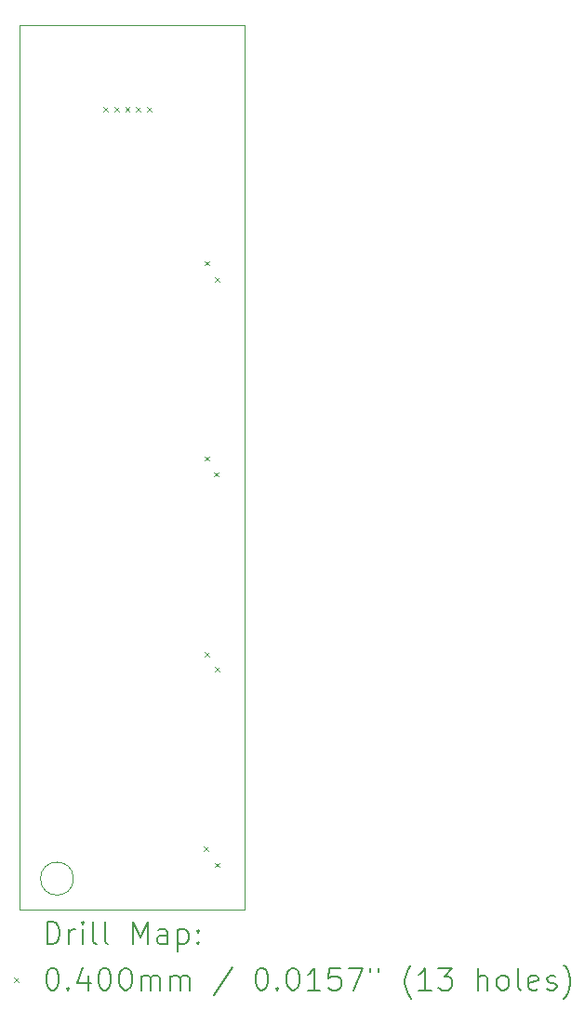
<source format=gbr>
%TF.GenerationSoftware,KiCad,Pcbnew,7.0.5-7.0.5~ubuntu22.04.1*%
%TF.CreationDate,2023-06-01T20:12:16-07:00*%
%TF.ProjectId,KeysOnRails,4b657973-4f6e-4526-9169-6c732e6b6963,rev?*%
%TF.SameCoordinates,Original*%
%TF.FileFunction,Drillmap*%
%TF.FilePolarity,Positive*%
%FSLAX45Y45*%
G04 Gerber Fmt 4.5, Leading zero omitted, Abs format (unit mm)*
G04 Created by KiCad (PCBNEW 7.0.5-7.0.5~ubuntu22.04.1) date 2023-06-01 20:12:16*
%MOMM*%
%LPD*%
G01*
G04 APERTURE LIST*
%ADD10C,0.100000*%
%ADD11C,0.200000*%
%ADD12C,0.040000*%
G04 APERTURE END LIST*
D10*
X4320000Y-10870000D02*
G75*
G03*
X4320000Y-10870000I-150000J0D01*
G01*
X3825000Y-3100000D02*
X5875000Y-3100000D01*
X5875000Y-11149000D01*
X3825000Y-11149000D01*
X3825000Y-3100000D01*
D11*
D12*
X4591000Y-3849000D02*
X4631000Y-3889000D01*
X4631000Y-3849000D02*
X4591000Y-3889000D01*
X4691000Y-3849000D02*
X4731000Y-3889000D01*
X4731000Y-3849000D02*
X4691000Y-3889000D01*
X4790950Y-3849000D02*
X4830950Y-3889000D01*
X4830950Y-3849000D02*
X4790950Y-3889000D01*
X4890901Y-3849000D02*
X4930901Y-3889000D01*
X4930901Y-3849000D02*
X4890901Y-3889000D01*
X4991000Y-3849000D02*
X5031000Y-3889000D01*
X5031000Y-3849000D02*
X4991000Y-3889000D01*
X5508390Y-10577290D02*
X5548390Y-10617290D01*
X5548390Y-10577290D02*
X5508390Y-10617290D01*
X5512580Y-5246780D02*
X5552580Y-5286780D01*
X5552580Y-5246780D02*
X5512580Y-5286780D01*
X5512580Y-7026780D02*
X5552580Y-7066780D01*
X5552580Y-7026780D02*
X5512580Y-7066780D01*
X5512580Y-8806780D02*
X5552580Y-8846780D01*
X5552580Y-8806780D02*
X5512580Y-8846780D01*
X5601000Y-7169000D02*
X5641000Y-7209000D01*
X5641000Y-7169000D02*
X5601000Y-7209000D01*
X5605000Y-5396000D02*
X5645000Y-5436000D01*
X5645000Y-5396000D02*
X5605000Y-5436000D01*
X5605000Y-8946000D02*
X5645000Y-8986000D01*
X5645000Y-8946000D02*
X5605000Y-8986000D01*
X5605000Y-10726000D02*
X5645000Y-10766000D01*
X5645000Y-10726000D02*
X5605000Y-10766000D01*
D11*
X4080777Y-11465484D02*
X4080777Y-11265484D01*
X4080777Y-11265484D02*
X4128396Y-11265484D01*
X4128396Y-11265484D02*
X4156967Y-11275008D01*
X4156967Y-11275008D02*
X4176015Y-11294055D01*
X4176015Y-11294055D02*
X4185539Y-11313103D01*
X4185539Y-11313103D02*
X4195063Y-11351198D01*
X4195063Y-11351198D02*
X4195063Y-11379769D01*
X4195063Y-11379769D02*
X4185539Y-11417865D01*
X4185539Y-11417865D02*
X4176015Y-11436912D01*
X4176015Y-11436912D02*
X4156967Y-11455960D01*
X4156967Y-11455960D02*
X4128396Y-11465484D01*
X4128396Y-11465484D02*
X4080777Y-11465484D01*
X4280777Y-11465484D02*
X4280777Y-11332150D01*
X4280777Y-11370246D02*
X4290301Y-11351198D01*
X4290301Y-11351198D02*
X4299824Y-11341674D01*
X4299824Y-11341674D02*
X4318872Y-11332150D01*
X4318872Y-11332150D02*
X4337920Y-11332150D01*
X4404586Y-11465484D02*
X4404586Y-11332150D01*
X4404586Y-11265484D02*
X4395063Y-11275008D01*
X4395063Y-11275008D02*
X4404586Y-11284531D01*
X4404586Y-11284531D02*
X4414110Y-11275008D01*
X4414110Y-11275008D02*
X4404586Y-11265484D01*
X4404586Y-11265484D02*
X4404586Y-11284531D01*
X4528396Y-11465484D02*
X4509348Y-11455960D01*
X4509348Y-11455960D02*
X4499824Y-11436912D01*
X4499824Y-11436912D02*
X4499824Y-11265484D01*
X4633158Y-11465484D02*
X4614110Y-11455960D01*
X4614110Y-11455960D02*
X4604586Y-11436912D01*
X4604586Y-11436912D02*
X4604586Y-11265484D01*
X4861729Y-11465484D02*
X4861729Y-11265484D01*
X4861729Y-11265484D02*
X4928396Y-11408341D01*
X4928396Y-11408341D02*
X4995063Y-11265484D01*
X4995063Y-11265484D02*
X4995063Y-11465484D01*
X5176015Y-11465484D02*
X5176015Y-11360722D01*
X5176015Y-11360722D02*
X5166491Y-11341674D01*
X5166491Y-11341674D02*
X5147444Y-11332150D01*
X5147444Y-11332150D02*
X5109348Y-11332150D01*
X5109348Y-11332150D02*
X5090301Y-11341674D01*
X5176015Y-11455960D02*
X5156967Y-11465484D01*
X5156967Y-11465484D02*
X5109348Y-11465484D01*
X5109348Y-11465484D02*
X5090301Y-11455960D01*
X5090301Y-11455960D02*
X5080777Y-11436912D01*
X5080777Y-11436912D02*
X5080777Y-11417865D01*
X5080777Y-11417865D02*
X5090301Y-11398817D01*
X5090301Y-11398817D02*
X5109348Y-11389293D01*
X5109348Y-11389293D02*
X5156967Y-11389293D01*
X5156967Y-11389293D02*
X5176015Y-11379769D01*
X5271253Y-11332150D02*
X5271253Y-11532150D01*
X5271253Y-11341674D02*
X5290301Y-11332150D01*
X5290301Y-11332150D02*
X5328396Y-11332150D01*
X5328396Y-11332150D02*
X5347444Y-11341674D01*
X5347444Y-11341674D02*
X5356967Y-11351198D01*
X5356967Y-11351198D02*
X5366491Y-11370246D01*
X5366491Y-11370246D02*
X5366491Y-11427388D01*
X5366491Y-11427388D02*
X5356967Y-11446436D01*
X5356967Y-11446436D02*
X5347444Y-11455960D01*
X5347444Y-11455960D02*
X5328396Y-11465484D01*
X5328396Y-11465484D02*
X5290301Y-11465484D01*
X5290301Y-11465484D02*
X5271253Y-11455960D01*
X5452205Y-11446436D02*
X5461729Y-11455960D01*
X5461729Y-11455960D02*
X5452205Y-11465484D01*
X5452205Y-11465484D02*
X5442682Y-11455960D01*
X5442682Y-11455960D02*
X5452205Y-11446436D01*
X5452205Y-11446436D02*
X5452205Y-11465484D01*
X5452205Y-11341674D02*
X5461729Y-11351198D01*
X5461729Y-11351198D02*
X5452205Y-11360722D01*
X5452205Y-11360722D02*
X5442682Y-11351198D01*
X5442682Y-11351198D02*
X5452205Y-11341674D01*
X5452205Y-11341674D02*
X5452205Y-11360722D01*
D12*
X3780000Y-11774000D02*
X3820000Y-11814000D01*
X3820000Y-11774000D02*
X3780000Y-11814000D01*
D11*
X4118872Y-11685484D02*
X4137920Y-11685484D01*
X4137920Y-11685484D02*
X4156967Y-11695008D01*
X4156967Y-11695008D02*
X4166491Y-11704531D01*
X4166491Y-11704531D02*
X4176015Y-11723579D01*
X4176015Y-11723579D02*
X4185539Y-11761674D01*
X4185539Y-11761674D02*
X4185539Y-11809293D01*
X4185539Y-11809293D02*
X4176015Y-11847388D01*
X4176015Y-11847388D02*
X4166491Y-11866436D01*
X4166491Y-11866436D02*
X4156967Y-11875960D01*
X4156967Y-11875960D02*
X4137920Y-11885484D01*
X4137920Y-11885484D02*
X4118872Y-11885484D01*
X4118872Y-11885484D02*
X4099824Y-11875960D01*
X4099824Y-11875960D02*
X4090301Y-11866436D01*
X4090301Y-11866436D02*
X4080777Y-11847388D01*
X4080777Y-11847388D02*
X4071253Y-11809293D01*
X4071253Y-11809293D02*
X4071253Y-11761674D01*
X4071253Y-11761674D02*
X4080777Y-11723579D01*
X4080777Y-11723579D02*
X4090301Y-11704531D01*
X4090301Y-11704531D02*
X4099824Y-11695008D01*
X4099824Y-11695008D02*
X4118872Y-11685484D01*
X4271253Y-11866436D02*
X4280777Y-11875960D01*
X4280777Y-11875960D02*
X4271253Y-11885484D01*
X4271253Y-11885484D02*
X4261729Y-11875960D01*
X4261729Y-11875960D02*
X4271253Y-11866436D01*
X4271253Y-11866436D02*
X4271253Y-11885484D01*
X4452205Y-11752150D02*
X4452205Y-11885484D01*
X4404586Y-11675960D02*
X4356967Y-11818817D01*
X4356967Y-11818817D02*
X4480777Y-11818817D01*
X4595063Y-11685484D02*
X4614110Y-11685484D01*
X4614110Y-11685484D02*
X4633158Y-11695008D01*
X4633158Y-11695008D02*
X4642682Y-11704531D01*
X4642682Y-11704531D02*
X4652205Y-11723579D01*
X4652205Y-11723579D02*
X4661729Y-11761674D01*
X4661729Y-11761674D02*
X4661729Y-11809293D01*
X4661729Y-11809293D02*
X4652205Y-11847388D01*
X4652205Y-11847388D02*
X4642682Y-11866436D01*
X4642682Y-11866436D02*
X4633158Y-11875960D01*
X4633158Y-11875960D02*
X4614110Y-11885484D01*
X4614110Y-11885484D02*
X4595063Y-11885484D01*
X4595063Y-11885484D02*
X4576015Y-11875960D01*
X4576015Y-11875960D02*
X4566491Y-11866436D01*
X4566491Y-11866436D02*
X4556967Y-11847388D01*
X4556967Y-11847388D02*
X4547444Y-11809293D01*
X4547444Y-11809293D02*
X4547444Y-11761674D01*
X4547444Y-11761674D02*
X4556967Y-11723579D01*
X4556967Y-11723579D02*
X4566491Y-11704531D01*
X4566491Y-11704531D02*
X4576015Y-11695008D01*
X4576015Y-11695008D02*
X4595063Y-11685484D01*
X4785539Y-11685484D02*
X4804586Y-11685484D01*
X4804586Y-11685484D02*
X4823634Y-11695008D01*
X4823634Y-11695008D02*
X4833158Y-11704531D01*
X4833158Y-11704531D02*
X4842682Y-11723579D01*
X4842682Y-11723579D02*
X4852205Y-11761674D01*
X4852205Y-11761674D02*
X4852205Y-11809293D01*
X4852205Y-11809293D02*
X4842682Y-11847388D01*
X4842682Y-11847388D02*
X4833158Y-11866436D01*
X4833158Y-11866436D02*
X4823634Y-11875960D01*
X4823634Y-11875960D02*
X4804586Y-11885484D01*
X4804586Y-11885484D02*
X4785539Y-11885484D01*
X4785539Y-11885484D02*
X4766491Y-11875960D01*
X4766491Y-11875960D02*
X4756967Y-11866436D01*
X4756967Y-11866436D02*
X4747444Y-11847388D01*
X4747444Y-11847388D02*
X4737920Y-11809293D01*
X4737920Y-11809293D02*
X4737920Y-11761674D01*
X4737920Y-11761674D02*
X4747444Y-11723579D01*
X4747444Y-11723579D02*
X4756967Y-11704531D01*
X4756967Y-11704531D02*
X4766491Y-11695008D01*
X4766491Y-11695008D02*
X4785539Y-11685484D01*
X4937920Y-11885484D02*
X4937920Y-11752150D01*
X4937920Y-11771198D02*
X4947444Y-11761674D01*
X4947444Y-11761674D02*
X4966491Y-11752150D01*
X4966491Y-11752150D02*
X4995063Y-11752150D01*
X4995063Y-11752150D02*
X5014110Y-11761674D01*
X5014110Y-11761674D02*
X5023634Y-11780722D01*
X5023634Y-11780722D02*
X5023634Y-11885484D01*
X5023634Y-11780722D02*
X5033158Y-11761674D01*
X5033158Y-11761674D02*
X5052205Y-11752150D01*
X5052205Y-11752150D02*
X5080777Y-11752150D01*
X5080777Y-11752150D02*
X5099825Y-11761674D01*
X5099825Y-11761674D02*
X5109348Y-11780722D01*
X5109348Y-11780722D02*
X5109348Y-11885484D01*
X5204586Y-11885484D02*
X5204586Y-11752150D01*
X5204586Y-11771198D02*
X5214110Y-11761674D01*
X5214110Y-11761674D02*
X5233158Y-11752150D01*
X5233158Y-11752150D02*
X5261729Y-11752150D01*
X5261729Y-11752150D02*
X5280777Y-11761674D01*
X5280777Y-11761674D02*
X5290301Y-11780722D01*
X5290301Y-11780722D02*
X5290301Y-11885484D01*
X5290301Y-11780722D02*
X5299825Y-11761674D01*
X5299825Y-11761674D02*
X5318872Y-11752150D01*
X5318872Y-11752150D02*
X5347444Y-11752150D01*
X5347444Y-11752150D02*
X5366491Y-11761674D01*
X5366491Y-11761674D02*
X5376015Y-11780722D01*
X5376015Y-11780722D02*
X5376015Y-11885484D01*
X5766491Y-11675960D02*
X5595063Y-11933103D01*
X6023634Y-11685484D02*
X6042682Y-11685484D01*
X6042682Y-11685484D02*
X6061729Y-11695008D01*
X6061729Y-11695008D02*
X6071253Y-11704531D01*
X6071253Y-11704531D02*
X6080777Y-11723579D01*
X6080777Y-11723579D02*
X6090301Y-11761674D01*
X6090301Y-11761674D02*
X6090301Y-11809293D01*
X6090301Y-11809293D02*
X6080777Y-11847388D01*
X6080777Y-11847388D02*
X6071253Y-11866436D01*
X6071253Y-11866436D02*
X6061729Y-11875960D01*
X6061729Y-11875960D02*
X6042682Y-11885484D01*
X6042682Y-11885484D02*
X6023634Y-11885484D01*
X6023634Y-11885484D02*
X6004586Y-11875960D01*
X6004586Y-11875960D02*
X5995063Y-11866436D01*
X5995063Y-11866436D02*
X5985539Y-11847388D01*
X5985539Y-11847388D02*
X5976015Y-11809293D01*
X5976015Y-11809293D02*
X5976015Y-11761674D01*
X5976015Y-11761674D02*
X5985539Y-11723579D01*
X5985539Y-11723579D02*
X5995063Y-11704531D01*
X5995063Y-11704531D02*
X6004586Y-11695008D01*
X6004586Y-11695008D02*
X6023634Y-11685484D01*
X6176015Y-11866436D02*
X6185539Y-11875960D01*
X6185539Y-11875960D02*
X6176015Y-11885484D01*
X6176015Y-11885484D02*
X6166491Y-11875960D01*
X6166491Y-11875960D02*
X6176015Y-11866436D01*
X6176015Y-11866436D02*
X6176015Y-11885484D01*
X6309348Y-11685484D02*
X6328396Y-11685484D01*
X6328396Y-11685484D02*
X6347444Y-11695008D01*
X6347444Y-11695008D02*
X6356967Y-11704531D01*
X6356967Y-11704531D02*
X6366491Y-11723579D01*
X6366491Y-11723579D02*
X6376015Y-11761674D01*
X6376015Y-11761674D02*
X6376015Y-11809293D01*
X6376015Y-11809293D02*
X6366491Y-11847388D01*
X6366491Y-11847388D02*
X6356967Y-11866436D01*
X6356967Y-11866436D02*
X6347444Y-11875960D01*
X6347444Y-11875960D02*
X6328396Y-11885484D01*
X6328396Y-11885484D02*
X6309348Y-11885484D01*
X6309348Y-11885484D02*
X6290301Y-11875960D01*
X6290301Y-11875960D02*
X6280777Y-11866436D01*
X6280777Y-11866436D02*
X6271253Y-11847388D01*
X6271253Y-11847388D02*
X6261729Y-11809293D01*
X6261729Y-11809293D02*
X6261729Y-11761674D01*
X6261729Y-11761674D02*
X6271253Y-11723579D01*
X6271253Y-11723579D02*
X6280777Y-11704531D01*
X6280777Y-11704531D02*
X6290301Y-11695008D01*
X6290301Y-11695008D02*
X6309348Y-11685484D01*
X6566491Y-11885484D02*
X6452206Y-11885484D01*
X6509348Y-11885484D02*
X6509348Y-11685484D01*
X6509348Y-11685484D02*
X6490301Y-11714055D01*
X6490301Y-11714055D02*
X6471253Y-11733103D01*
X6471253Y-11733103D02*
X6452206Y-11742627D01*
X6747444Y-11685484D02*
X6652206Y-11685484D01*
X6652206Y-11685484D02*
X6642682Y-11780722D01*
X6642682Y-11780722D02*
X6652206Y-11771198D01*
X6652206Y-11771198D02*
X6671253Y-11761674D01*
X6671253Y-11761674D02*
X6718872Y-11761674D01*
X6718872Y-11761674D02*
X6737920Y-11771198D01*
X6737920Y-11771198D02*
X6747444Y-11780722D01*
X6747444Y-11780722D02*
X6756967Y-11799769D01*
X6756967Y-11799769D02*
X6756967Y-11847388D01*
X6756967Y-11847388D02*
X6747444Y-11866436D01*
X6747444Y-11866436D02*
X6737920Y-11875960D01*
X6737920Y-11875960D02*
X6718872Y-11885484D01*
X6718872Y-11885484D02*
X6671253Y-11885484D01*
X6671253Y-11885484D02*
X6652206Y-11875960D01*
X6652206Y-11875960D02*
X6642682Y-11866436D01*
X6823634Y-11685484D02*
X6956967Y-11685484D01*
X6956967Y-11685484D02*
X6871253Y-11885484D01*
X7023634Y-11685484D02*
X7023634Y-11723579D01*
X7099825Y-11685484D02*
X7099825Y-11723579D01*
X7395063Y-11961674D02*
X7385539Y-11952150D01*
X7385539Y-11952150D02*
X7366491Y-11923579D01*
X7366491Y-11923579D02*
X7356968Y-11904531D01*
X7356968Y-11904531D02*
X7347444Y-11875960D01*
X7347444Y-11875960D02*
X7337920Y-11828341D01*
X7337920Y-11828341D02*
X7337920Y-11790246D01*
X7337920Y-11790246D02*
X7347444Y-11742627D01*
X7347444Y-11742627D02*
X7356968Y-11714055D01*
X7356968Y-11714055D02*
X7366491Y-11695008D01*
X7366491Y-11695008D02*
X7385539Y-11666436D01*
X7385539Y-11666436D02*
X7395063Y-11656912D01*
X7576015Y-11885484D02*
X7461729Y-11885484D01*
X7518872Y-11885484D02*
X7518872Y-11685484D01*
X7518872Y-11685484D02*
X7499825Y-11714055D01*
X7499825Y-11714055D02*
X7480777Y-11733103D01*
X7480777Y-11733103D02*
X7461729Y-11742627D01*
X7642682Y-11685484D02*
X7766491Y-11685484D01*
X7766491Y-11685484D02*
X7699825Y-11761674D01*
X7699825Y-11761674D02*
X7728396Y-11761674D01*
X7728396Y-11761674D02*
X7747444Y-11771198D01*
X7747444Y-11771198D02*
X7756968Y-11780722D01*
X7756968Y-11780722D02*
X7766491Y-11799769D01*
X7766491Y-11799769D02*
X7766491Y-11847388D01*
X7766491Y-11847388D02*
X7756968Y-11866436D01*
X7756968Y-11866436D02*
X7747444Y-11875960D01*
X7747444Y-11875960D02*
X7728396Y-11885484D01*
X7728396Y-11885484D02*
X7671253Y-11885484D01*
X7671253Y-11885484D02*
X7652206Y-11875960D01*
X7652206Y-11875960D02*
X7642682Y-11866436D01*
X8004587Y-11885484D02*
X8004587Y-11685484D01*
X8090301Y-11885484D02*
X8090301Y-11780722D01*
X8090301Y-11780722D02*
X8080777Y-11761674D01*
X8080777Y-11761674D02*
X8061730Y-11752150D01*
X8061730Y-11752150D02*
X8033158Y-11752150D01*
X8033158Y-11752150D02*
X8014110Y-11761674D01*
X8014110Y-11761674D02*
X8004587Y-11771198D01*
X8214110Y-11885484D02*
X8195063Y-11875960D01*
X8195063Y-11875960D02*
X8185539Y-11866436D01*
X8185539Y-11866436D02*
X8176015Y-11847388D01*
X8176015Y-11847388D02*
X8176015Y-11790246D01*
X8176015Y-11790246D02*
X8185539Y-11771198D01*
X8185539Y-11771198D02*
X8195063Y-11761674D01*
X8195063Y-11761674D02*
X8214110Y-11752150D01*
X8214110Y-11752150D02*
X8242682Y-11752150D01*
X8242682Y-11752150D02*
X8261730Y-11761674D01*
X8261730Y-11761674D02*
X8271253Y-11771198D01*
X8271253Y-11771198D02*
X8280777Y-11790246D01*
X8280777Y-11790246D02*
X8280777Y-11847388D01*
X8280777Y-11847388D02*
X8271253Y-11866436D01*
X8271253Y-11866436D02*
X8261730Y-11875960D01*
X8261730Y-11875960D02*
X8242682Y-11885484D01*
X8242682Y-11885484D02*
X8214110Y-11885484D01*
X8395063Y-11885484D02*
X8376015Y-11875960D01*
X8376015Y-11875960D02*
X8366491Y-11856912D01*
X8366491Y-11856912D02*
X8366491Y-11685484D01*
X8547444Y-11875960D02*
X8528396Y-11885484D01*
X8528396Y-11885484D02*
X8490301Y-11885484D01*
X8490301Y-11885484D02*
X8471253Y-11875960D01*
X8471253Y-11875960D02*
X8461730Y-11856912D01*
X8461730Y-11856912D02*
X8461730Y-11780722D01*
X8461730Y-11780722D02*
X8471253Y-11761674D01*
X8471253Y-11761674D02*
X8490301Y-11752150D01*
X8490301Y-11752150D02*
X8528396Y-11752150D01*
X8528396Y-11752150D02*
X8547444Y-11761674D01*
X8547444Y-11761674D02*
X8556968Y-11780722D01*
X8556968Y-11780722D02*
X8556968Y-11799769D01*
X8556968Y-11799769D02*
X8461730Y-11818817D01*
X8633158Y-11875960D02*
X8652206Y-11885484D01*
X8652206Y-11885484D02*
X8690301Y-11885484D01*
X8690301Y-11885484D02*
X8709349Y-11875960D01*
X8709349Y-11875960D02*
X8718873Y-11856912D01*
X8718873Y-11856912D02*
X8718873Y-11847388D01*
X8718873Y-11847388D02*
X8709349Y-11828341D01*
X8709349Y-11828341D02*
X8690301Y-11818817D01*
X8690301Y-11818817D02*
X8661730Y-11818817D01*
X8661730Y-11818817D02*
X8642682Y-11809293D01*
X8642682Y-11809293D02*
X8633158Y-11790246D01*
X8633158Y-11790246D02*
X8633158Y-11780722D01*
X8633158Y-11780722D02*
X8642682Y-11761674D01*
X8642682Y-11761674D02*
X8661730Y-11752150D01*
X8661730Y-11752150D02*
X8690301Y-11752150D01*
X8690301Y-11752150D02*
X8709349Y-11761674D01*
X8785539Y-11961674D02*
X8795063Y-11952150D01*
X8795063Y-11952150D02*
X8814111Y-11923579D01*
X8814111Y-11923579D02*
X8823634Y-11904531D01*
X8823634Y-11904531D02*
X8833158Y-11875960D01*
X8833158Y-11875960D02*
X8842682Y-11828341D01*
X8842682Y-11828341D02*
X8842682Y-11790246D01*
X8842682Y-11790246D02*
X8833158Y-11742627D01*
X8833158Y-11742627D02*
X8823634Y-11714055D01*
X8823634Y-11714055D02*
X8814111Y-11695008D01*
X8814111Y-11695008D02*
X8795063Y-11666436D01*
X8795063Y-11666436D02*
X8785539Y-11656912D01*
M02*

</source>
